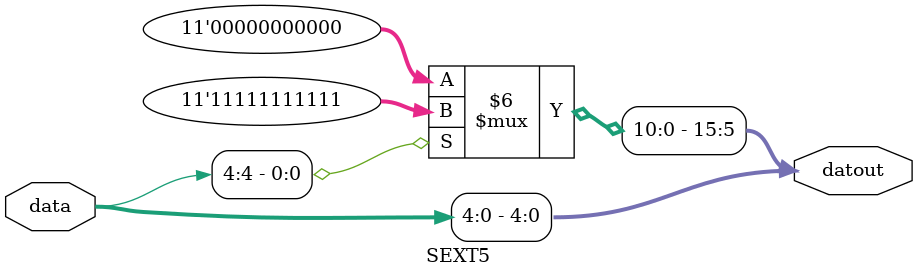
<source format=sv>
module SEXT5(
  input [4:0] data,
  output reg [15:0] datout
);
  
  always @(data) begin
    if(data[4] == 1'b1)begin
      datout = 16'b1111111111111111;
      datout[4:0] = data[4:0];     
    end else begin
      datout[4:0] = data[4:0];
      datout[15:5] = 10'b0;
   	 end
  end
endmodule
</source>
